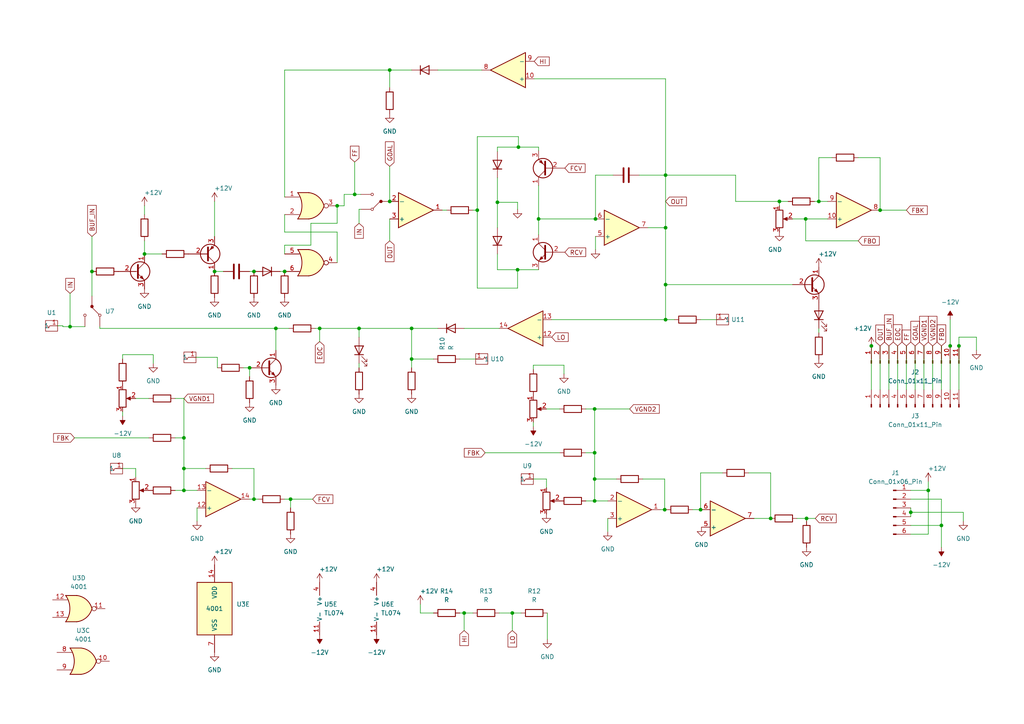
<source format=kicad_sch>
(kicad_sch (version 20231120) (generator "eeschema") (generator_version "8.0")
  (paper "A4")
  (lib_symbols
    (symbol "4xxx:4001" (pin_names (offset 1.016))
      (property "Reference" "U" (at 0 1.27 0))
      (property "Value" "4001" (at 0 -1.27 0))
      (symbol "4001_1_1"
        (pin input line (at -7.62 2.54 0) (length 4.318) (name "~") (number "1"))
        (pin input line (at -7.62 -2.54 0) (length 4.318) (name "~") (number "2"))
        (pin output inverted (at 7.62 0 180) (length 3.81) (name "~") (number "3"))
      )
      (symbol "4001_1_2"
        (pin input inverted (at -7.62 2.54 0) (length 3.81) (name "~") (number "1"))
        (pin input inverted (at -7.62 -2.54 0) (length 3.81) (name "~") (number "2"))
        (pin output line (at 7.62 0 180) (length 3.81) (name "~") (number "3"))
      )
      (symbol "4001_2_1"
        (pin output inverted (at 7.62 0 180) (length 3.81) (name "~") (number "4"))
        (pin input line (at -7.62 2.54 0) (length 4.318) (name "~") (number "5"))
        (pin input line (at -7.62 -2.54 0) (length 4.318) (name "~") (number "6"))
      )
      (symbol "4001_2_2"
        (pin output line (at 7.62 0 180) (length 3.81) (name "~") (number "4"))
        (pin input inverted (at -7.62 2.54 0) (length 3.81) (name "~") (number "5"))
        (pin input inverted (at -7.62 -2.54 0) (length 3.81) (name "~") (number "6"))
      )
      (symbol "4001_3_1"
        (pin output inverted (at 7.62 0 180) (length 3.81) (name "~") (number "10"))
        (pin input line (at -7.62 2.54 0) (length 4.318) (name "~") (number "8"))
        (pin input line (at -7.62 -2.54 0) (length 4.318) (name "~") (number "9"))
      )
      (symbol "4001_3_2"
        (pin output line (at 7.62 0 180) (length 3.81) (name "~") (number "10"))
        (pin input inverted (at -7.62 2.54 0) (length 3.81) (name "~") (number "8"))
        (pin input inverted (at -7.62 -2.54 0) (length 3.81) (name "~") (number "9"))
      )
      (symbol "4001_4_1"
        (pin output inverted (at 7.62 0 180) (length 3.81) (name "~") (number "11"))
        (pin input line (at -7.62 2.54 0) (length 4.318) (name "~") (number "12"))
        (pin input line (at -7.62 -2.54 0) (length 4.318) (name "~") (number "13"))
      )
      (symbol "4001_4_2"
        (pin output line (at 7.62 0 180) (length 3.81) (name "~") (number "11"))
        (pin input inverted (at -7.62 2.54 0) (length 3.81) (name "~") (number "12"))
        (pin input inverted (at -7.62 -2.54 0) (length 3.81) (name "~") (number "13"))
      )
      (symbol "4001_5_0"
        (pin power_in line (at 0 12.7 270) (length 5.08) (name "VDD") (number "14"))
        (pin power_in line (at 0 -12.7 90) (length 5.08) (name "VSS") (number "7"))
      )
    )
    (symbol "Amplifier_Operational:TL074" (pin_names (offset 0.127))
      (property "Reference" "U" (at 0 5.08 0))
      (property "Value" "TL074" (at 0 -5.08 0))
      (symbol "TL074_1_1"
        (pin output line (at 7.62 0 180) (length 2.54) (name "~") (number "1"))
        (pin input line (at -7.62 -2.54 0) (length 2.54) (name "-") (number "2"))
        (pin input line (at -7.62 2.54 0) (length 2.54) (name "+") (number "3"))
      )
      (symbol "TL074_2_1"
        (pin input line (at -7.62 2.54 0) (length 2.54) (name "+") (number "5"))
        (pin input line (at -7.62 -2.54 0) (length 2.54) (name "-") (number "6"))
        (pin output line (at 7.62 0 180) (length 2.54) (name "~") (number "7"))
      )
      (symbol "TL074_3_1"
        (pin input line (at -7.62 2.54 0) (length 2.54) (name "+") (number "10"))
        (pin output line (at 7.62 0 180) (length 2.54) (name "~") (number "8"))
        (pin input line (at -7.62 -2.54 0) (length 2.54) (name "-") (number "9"))
      )
      (symbol "TL074_4_1"
        (pin input line (at -7.62 2.54 0) (length 2.54) (name "+") (number "12"))
        (pin input line (at -7.62 -2.54 0) (length 2.54) (name "-") (number "13"))
        (pin output line (at 7.62 0 180) (length 2.54) (name "~") (number "14"))
      )
      (symbol "TL074_5_1"
        (pin power_in line (at -2.54 -7.62 90) (length 3.81) (name "V-") (number "11"))
        (pin power_in line (at -2.54 7.62 270) (length 3.81) (name "V+") (number "4"))
      )
    )
    (symbol "Connector:Conn_01x06_Pin" (pin_names (offset 1.016) hide)
      (property "Reference" "J" (at 0 7.62 0))
      (property "Value" "Conn_01x06_Pin" (at 0 -10.16 0))
      (symbol "Conn_01x06_Pin_1_1"
        (pin passive line (at 5.08 5.08 180) (length 3.81) (name "Pin_1") (number "1"))
        (pin passive line (at 5.08 2.54 180) (length 3.81) (name "Pin_2") (number "2"))
        (pin passive line (at 5.08 0 180) (length 3.81) (name "Pin_3") (number "3"))
        (pin passive line (at 5.08 -2.54 180) (length 3.81) (name "Pin_4") (number "4"))
        (pin passive line (at 5.08 -5.08 180) (length 3.81) (name "Pin_5") (number "5"))
        (pin passive line (at 5.08 -7.62 180) (length 3.81) (name "Pin_6") (number "6"))
      )
    )
    (symbol "Connector:Conn_01x11_Pin" (pin_names (offset 1.016) hide)
      (property "Reference" "J" (at 0 15.24 0))
      (property "Value" "Conn_01x11_Pin" (at 0 -15.24 0))
      (symbol "Conn_01x11_Pin_1_1"
        (pin passive line (at 5.08 12.7 180) (length 3.81) (name "Pin_1") (number "1"))
        (pin passive line (at 5.08 -10.16 180) (length 3.81) (name "Pin_10") (number "10"))
        (pin passive line (at 5.08 -12.7 180) (length 3.81) (name "Pin_11") (number "11"))
        (pin passive line (at 5.08 10.16 180) (length 3.81) (name "Pin_2") (number "2"))
        (pin passive line (at 5.08 7.62 180) (length 3.81) (name "Pin_3") (number "3"))
        (pin passive line (at 5.08 5.08 180) (length 3.81) (name "Pin_4") (number "4"))
        (pin passive line (at 5.08 2.54 180) (length 3.81) (name "Pin_5") (number "5"))
        (pin passive line (at 5.08 0 180) (length 3.81) (name "Pin_6") (number "6"))
        (pin passive line (at 5.08 -2.54 180) (length 3.81) (name "Pin_7") (number "7"))
        (pin passive line (at 5.08 -5.08 180) (length 3.81) (name "Pin_8") (number "8"))
        (pin passive line (at 5.08 -7.62 180) (length 3.81) (name "Pin_9") (number "9"))
      )
    )
    (symbol "Device:C" (pin_numbers hide) (pin_names (offset 0.254))
      (property "Reference" "C" (at 0.635 2.54 0))
      (property "Value" "C" (at 0.635 -2.54 0))
      (symbol "C_1_1"
        (pin passive line (at 0 3.81 270) (length 2.794) (name "~") (number "1"))
        (pin passive line (at 0 -3.81 90) (length 2.794) (name "~") (number "2"))
      )
    )
    (symbol "Device:D" (pin_numbers hide) (pin_names (offset 1.016) hide)
      (property "Reference" "D" (at 0 2.54 0))
      (property "Value" "D" (at 0 -2.54 0))
      (symbol "D_1_1"
        (pin passive line (at -3.81 0 0) (length 2.54) (name "K") (number "1"))
        (pin passive line (at 3.81 0 180) (length 2.54) (name "A") (number "2"))
      )
    )
    (symbol "Device:LED" (pin_numbers hide) (pin_names (offset 1.016) hide)
      (property "Reference" "D" (at 0 2.54 0))
      (property "Value" "LED" (at 0 -2.54 0))
      (symbol "LED_1_1"
        (pin passive line (at -3.81 0 0) (length 2.54) (name "K") (number "1"))
        (pin passive line (at 3.81 0 180) (length 2.54) (name "A") (number "2"))
      )
    )
    (symbol "Device:R" (pin_numbers hide) (pin_names (offset 0))
      (property "Reference" "R" (at 2.032 0 90))
      (property "Value" "R" (at 0 0 90))
      (symbol "R_1_1"
        (pin passive line (at 0 3.81 270) (length 1.27) (name "~") (number "1"))
        (pin passive line (at 0 -3.81 90) (length 1.27) (name "~") (number "2"))
      )
    )
    (symbol "Device:R_Potentiometer" (pin_names (offset 1.016) hide)
      (property "Reference" "RV" (at -4.445 0 90))
      (property "Value" "R_Potentiometer" (at -2.54 0 90))
      (symbol "R_Potentiometer_1_1"
        (pin passive line (at 0 3.81 270) (length 1.27) (name "1") (number "1"))
        (pin passive line (at 3.81 0 180) (length 1.27) (name "2") (number "2"))
        (pin passive line (at 0 -3.81 90) (length 1.27) (name "3") (number "3"))
      )
    )
    (symbol "HEJ:Aux_flush"
      (property "Reference" "U" (at -0.0508 5.3848 0))
      (symbol "Aux_flush_1_1"
        (pin bidirectional line (at 1.7272 0 180) (length 2) (name "1") (number "1"))
      )
    )
    (symbol "HEJ:Switch"
      (property "Reference" "U" (at 0 4.318 0))
      (property "Value" "Switch" (at 0 -6.096 0))
      (symbol "Switch_1_1"
        (pin input line (at 5.842 2.286 180) (length 2.54) hide (name "1") (number "1"))
        (pin input line (at -3.048 0 0) (length 2.54) hide (name "2") (number "2"))
        (pin input line (at 5.842 -2.032 180) (length 2.54) hide (name "3") (number "3"))
      )
    )
    (symbol "Transistor_BJT:BC547" (pin_names (offset 0) hide)
      (property "Reference" "Q" (at 5.08 1.905 0))
      (property "Value" "BC547" (at 5.08 0 0))
      (symbol "BC547_1_1"
        (pin passive line (at 2.54 5.08 270) (length 2.54) (name "C") (number "1"))
        (pin input line (at -5.08 0 0) (length 5.08) (name "B") (number "2"))
        (pin passive line (at 2.54 -5.08 90) (length 2.54) (name "E") (number "3"))
      )
    )
    (symbol "Transistor_BJT:BC557" (pin_names (offset 0) hide)
      (property "Reference" "Q" (at 5.08 1.905 0))
      (property "Value" "BC557" (at 5.08 0 0))
      (symbol "BC557_1_1"
        (pin passive line (at 2.54 5.08 270) (length 2.54) (name "C") (number "1"))
        (pin input line (at -5.08 0 0) (length 5.715) (name "B") (number "2"))
        (pin passive line (at 2.54 -5.08 90) (length 2.54) (name "E") (number "3"))
      )
    )
    (symbol "power:+12V" (power) (pin_names (offset 0))
      (property "Value" "+12V" (at 0 3.556 0))
      (symbol "+12V_1_1"
        (pin power_in line (at 0 0 90) (length 0) hide (name "+12V") (number "1"))
      )
    )
    (symbol "power:-12V" (power) (pin_names (offset 0))
      (property "Value" "-12V" (at 0 3.81 0))
      (symbol "-12V_0_0"
        (pin power_in line (at 0 0 90) (length 0) hide (name "-12V") (number "1"))
      )
    )
    (symbol "power:GND" (power) (pin_names (offset 0))
      (property "Value" "GND" (at 0 -3.81 0))
      (symbol "GND_1_1"
        (pin power_in line (at 0 0 270) (length 0) hide (name "GND") (number "1"))
      )
    )
  )
  (junction (at 193.04 92.71))
  (junction (at 237.49 58.42))
  (junction (at 193.04 66.04))
  (junction (at 273.05 152.4))
  (junction (at 148.59 177.8))
  (junction (at 269.24 142.24))
  (junction (at 172.466 118.618))
  (junction (at 26.67 78.74))
  (junction (at 62.23 78.74))
  (junction (at 73.66 144.78))
  (junction (at 119.38 95.25))
  (junction (at 134.62 177.8))
  (junction (at 144.272 58.674))
  (junction (at 84.2772 144.78))
  (junction (at 80.01 95.25))
  (junction (at 192.786 147.828))
  (junction (at 233.934 150.368))
  (junction (at 278.13 100.33))
  (junction (at 138.43 60.96))
  (junction (at 150.114 78.232))
  (junction (at 233.68 63.5))
  (junction (at 20.32 94.742))
  (junction (at 53.34 142.24))
  (junction (at 226.06 58.42))
  (junction (at 53.34 127))
  (junction (at 41.91 73.66))
  (junction (at 73.66 78.74))
  (junction (at 172.466 145.288))
  (junction (at 203.2 147.828))
  (junction (at 156.21 63.5))
  (junction (at 252.73 100.33))
  (junction (at 113.03 20.32))
  (junction (at 113.03 58.42))
  (junction (at 172.466 138.938))
  (junction (at 102.87 56.388))
  (junction (at 53.34 135.89))
  (junction (at 104.14 95.25))
  (junction (at 193.04 50.8))
  (junction (at 255.27 60.96))
  (junction (at 82.55 78.74))
  (junction (at 92.71 95.25))
  (junction (at 264.16 148.59))
  (junction (at 193.04 82.55))
  (junction (at 275.59 100.33))
  (junction (at 72.39 106.68))
  (junction (at 223.52 150.368))
  (junction (at 150.368 42.672))
  (junction (at 97.79 59.69))
  (junction (at 172.466 131.318))
  (junction (at 172.72 63.5))
  (junction (at 119.38 104.14))
  (wire (pts (xy 53.34 142.24) (xy 57.15 142.24)))
  (wire (pts (xy 80.01 95.25) (xy 80.01 101.6)))
  (wire (pts (xy 28.956 95.25) (xy 80.01 95.25)))
  (wire (pts (xy 265.43 100.33) (xy 265.43 113.03)))
  (wire (pts (xy 217.17 137.16) (xy 223.52 137.16)))
  (wire (pts (xy 92.71 99.06) (xy 92.71 95.25)))
  (wire (pts (xy 158.496 141.478) (xy 158.496 138.938)))
  (wire (pts (xy 102.87 56.388) (xy 104.648 56.388)))
  (wire (pts (xy 144.78 177.8) (xy 148.59 177.8)))
  (wire (pts (xy 269.24 142.24) (xy 269.24 154.94)))
  (wire (pts (xy 92.71 95.25) (xy 104.14 95.25)))
  (wire (pts (xy 18.2372 94.742) (xy 20.32 94.742)))
  (wire (pts (xy 35.56 102.87) (xy 35.56 104.14)))
  (wire (pts (xy 255.27 60.96) (xy 262.89 60.96)))
  (wire (pts (xy 148.59 177.8) (xy 151.13 177.8)))
  (wire (pts (xy 185.42 50.8) (xy 193.04 50.8)))
  (wire (pts (xy 144.272 58.674) (xy 144.272 51.562)))
  (wire (pts (xy 138.43 39.624) (xy 138.43 60.96)))
  (wire (pts (xy 264.16 148.59) (xy 264.16 149.86)))
  (wire (pts (xy 186.436 138.938) (xy 192.786 138.938)))
  (wire (pts (xy 192.786 138.938) (xy 192.786 147.828)))
  (wire (pts (xy 134.62 177.8) (xy 137.16 177.8)))
  (wire (pts (xy 44.45 102.87) (xy 35.56 102.87)))
  (wire (pts (xy 129.54 60.96) (xy 128.27 60.96)))
  (wire (pts (xy 72.39 144.78) (xy 73.66 144.78)))
  (wire (pts (xy 138.43 39.624) (xy 150.368 39.624)))
  (wire (pts (xy 57.15 151.13) (xy 57.15 147.32)))
  (wire (pts (xy 154.686 122.428) (xy 154.686 123.698)))
  (wire (pts (xy 169.926 131.318) (xy 172.466 131.318)))
  (wire (pts (xy 104.14 60.706) (xy 104.648 60.706)))
  (wire (pts (xy 156.21 53.848) (xy 156.21 63.5)))
  (wire (pts (xy 218.694 150.368) (xy 223.52 150.368)))
  (wire (pts (xy 150.114 78.232) (xy 156.21 78.232)))
  (wire (pts (xy 20.32 85.09) (xy 20.32 94.742)))
  (wire (pts (xy 283.21 101.6) (xy 283.21 97.79)))
  (wire (pts (xy 203.2 92.71) (xy 207.8228 92.71)))
  (wire (pts (xy 275.59 100.33) (xy 275.59 113.03)))
  (wire (pts (xy 82.55 20.32) (xy 82.55 57.15)))
  (wire (pts (xy 138.43 60.96) (xy 138.43 83.566)))
  (wire (pts (xy 113.03 20.32) (xy 113.03 25.4)))
  (wire (pts (xy 102.87 46.99) (xy 102.87 56.388)))
  (wire (pts (xy 84.2772 144.78) (xy 84.2772 147.32)))
  (wire (pts (xy 275.59 92.71) (xy 275.59 100.33)))
  (wire (pts (xy 140.716 131.318) (xy 162.306 131.318)))
  (wire (pts (xy 119.38 95.25) (xy 127 95.25)))
  (wire (pts (xy 172.466 131.318) (xy 172.466 138.938)))
  (wire (pts (xy 273.05 158.75) (xy 273.05 152.4)))
  (wire (pts (xy 172.72 63.5) (xy 172.72 50.8)))
  (wire (pts (xy 134.62 177.8) (xy 134.62 182.88)))
  (wire (pts (xy 172.466 118.618) (xy 169.926 118.618)))
  (wire (pts (xy 193.04 50.8) (xy 193.04 22.86)))
  (wire (pts (xy 163.576 105.918) (xy 154.686 105.918)))
  (wire (pts (xy 270.51 100.33) (xy 270.51 113.03)))
  (wire (pts (xy 264.16 148.59) (xy 279.4 148.59)))
  (wire (pts (xy 172.466 145.288) (xy 176.276 145.288)))
  (wire (pts (xy 39.37 135.89) (xy 35.56 135.89)))
  (wire (pts (xy 97.79 59.69) (xy 97.79 64.77)))
  (wire (pts (xy 104.14 105.41) (xy 104.14 106.68)))
  (wire (pts (xy 193.04 66.04) (xy 193.04 82.55)))
  (wire (pts (xy 81.28 78.74) (xy 82.55 78.74)))
  (wire (pts (xy 113.03 20.32) (xy 82.55 20.32)))
  (wire (pts (xy 113.03 63.5) (xy 113.03 69.85)))
  (wire (pts (xy 84.2772 144.78) (xy 90.678 144.78)))
  (wire (pts (xy 91.44 95.25) (xy 92.71 95.25)))
  (wire (pts (xy 113.538 58.42) (xy 113.03 58.42)))
  (wire (pts (xy 283.21 97.79) (xy 278.13 97.79)))
  (wire (pts (xy 237.49 58.42) (xy 237.49 45.72)))
  (wire (pts (xy 154.94 22.86) (xy 193.04 22.86)))
  (wire (pts (xy 158.75 177.8) (xy 158.75 185.42)))
  (wire (pts (xy 233.68 63.5) (xy 240.03 63.5)))
  (wire (pts (xy 154.686 105.918) (xy 154.686 107.188)))
  (wire (pts (xy 193.04 66.04) (xy 187.96 66.04)))
  (wire (pts (xy 73.66 135.89) (xy 73.66 144.78)))
  (wire (pts (xy 90.17 64.77) (xy 90.17 71.12)))
  (wire (pts (xy 150.114 58.674) (xy 144.272 58.674)))
  (wire (pts (xy 255.27 100.33) (xy 255.27 113.03)))
  (wire (pts (xy 236.474 150.368) (xy 233.934 150.368)))
  (wire (pts (xy 193.04 50.8) (xy 193.04 66.04)))
  (wire (pts (xy 104.14 95.25) (xy 119.38 95.25)))
  (wire (pts (xy 104.14 97.79) (xy 104.14 95.25)))
  (wire (pts (xy 50.8 142.24) (xy 53.34 142.24)))
  (wire (pts (xy 237.49 58.42) (xy 240.03 58.42)))
  (wire (pts (xy 260.35 100.33) (xy 260.35 113.03)))
  (wire (pts (xy 236.22 58.42) (xy 237.49 58.42)))
  (wire (pts (xy 269.24 154.94) (xy 264.16 154.94)))
  (wire (pts (xy 144.272 66.04) (xy 144.272 58.674)))
  (wire (pts (xy 39.37 138.43) (xy 39.37 135.89)))
  (wire (pts (xy 72.39 78.74) (xy 73.66 78.74)))
  (wire (pts (xy 233.934 150.368) (xy 231.14 150.368)))
  (wire (pts (xy 233.68 69.85) (xy 233.68 63.5)))
  (wire (pts (xy 113.03 48.26) (xy 113.03 58.42)))
  (wire (pts (xy 156.21 63.5) (xy 172.72 63.5)))
  (wire (pts (xy 156.21 63.5) (xy 156.21 68.072)))
  (wire (pts (xy 97.79 76.2) (xy 97.79 67.31)))
  (wire (pts (xy 193.294 147.828) (xy 192.786 147.828)))
  (wire (pts (xy 119.38 104.14) (xy 119.38 106.68)))
  (wire (pts (xy 26.67 68.58) (xy 26.67 78.74)))
  (wire (pts (xy 158.496 118.618) (xy 162.306 118.618)))
  (wire (pts (xy 53.34 115.57) (xy 50.8 115.57)))
  (wire (pts (xy 119.38 95.25) (xy 119.38 104.14)))
  (wire (pts (xy 97.79 59.69) (xy 99.822 59.69)))
  (wire (pts (xy 53.34 135.89) (xy 53.34 142.24)))
  (wire (pts (xy 99.822 56.388) (xy 102.87 56.388)))
  (wire (pts (xy 53.34 127) (xy 53.34 135.89)))
  (wire (pts (xy 226.06 58.42) (xy 226.06 59.69)))
  (wire (pts (xy 62.23 58.42) (xy 62.23 68.58)))
  (wire (pts (xy 138.43 83.566) (xy 150.114 83.566)))
  (wire (pts (xy 257.81 100.33) (xy 257.81 113.03)))
  (wire (pts (xy 150.114 83.566) (xy 150.114 78.232)))
  (wire (pts (xy 150.368 42.672) (xy 144.272 42.672)))
  (wire (pts (xy 264.16 144.78) (xy 273.05 144.78)))
  (wire (pts (xy 237.49 45.72) (xy 241.3 45.72)))
  (wire (pts (xy 176.276 154.178) (xy 176.276 150.368)))
  (wire (pts (xy 67.31 135.89) (xy 73.66 135.89)))
  (wire (pts (xy 125.73 104.14) (xy 119.38 104.14)))
  (wire (pts (xy 264.16 152.4) (xy 273.05 152.4)))
  (wire (pts (xy 278.13 100.33) (xy 278.13 113.03)))
  (wire (pts (xy 158.496 138.938) (xy 154.686 138.938)))
  (wire (pts (xy 191.516 147.828) (xy 192.786 147.828)))
  (wire (pts (xy 72.39 106.68) (xy 72.39 109.22)))
  (wire (pts (xy 273.05 100.33) (xy 273.05 113.03)))
  (wire (pts (xy 41.91 73.66) (xy 46.99 73.66)))
  (wire (pts (xy 20.32 94.742) (xy 24.638 94.742)))
  (wire (pts (xy 82.55 67.31) (xy 82.55 62.23)))
  (wire (pts (xy 28.956 95.25) (xy 28.956 94.742)))
  (wire (pts (xy 99.822 59.69) (xy 99.822 56.388)))
  (wire (pts (xy 233.934 151.13) (xy 233.934 150.368)))
  (wire (pts (xy 62.23 78.74) (xy 64.77 78.74)))
  (wire (pts (xy 70.6628 106.68) (xy 72.39 106.68)))
  (wire (pts (xy 255.27 45.72) (xy 248.92 45.72)))
  (wire (pts (xy 41.91 69.85) (xy 41.91 73.66)))
  (wire (pts (xy 97.79 67.31) (xy 82.55 67.31)))
  (wire (pts (xy 104.14 64.77) (xy 104.14 60.706)))
  (wire (pts (xy 16.7132 94.488) (xy 18.2372 94.488)))
  (wire (pts (xy 150.114 60.706) (xy 150.114 58.674)))
  (wire (pts (xy 169.926 145.288) (xy 172.466 145.288)))
  (wire (pts (xy 267.97 100.33) (xy 267.97 113.03)))
  (wire (pts (xy 264.16 142.24) (xy 269.24 142.24)))
  (wire (pts (xy 229.87 63.5) (xy 233.68 63.5)))
  (wire (pts (xy 279.4 148.59) (xy 279.4 151.13)))
  (wire (pts (xy 172.466 138.938) (xy 178.816 138.938)))
  (wire (pts (xy 252.73 100.33) (xy 252.73 113.03)))
  (wire (pts (xy 213.36 58.42) (xy 226.06 58.42)))
  (wire (pts (xy 56.8452 103.632) (xy 63.0428 103.632)))
  (wire (pts (xy 269.24 139.7) (xy 269.24 142.24)))
  (wire (pts (xy 193.04 82.55) (xy 229.87 82.55)))
  (wire (pts (xy 119.38 20.32) (xy 113.03 20.32)))
  (wire (pts (xy 156.21 42.672) (xy 150.368 42.672)))
  (wire (pts (xy 150.368 39.624) (xy 150.368 42.672)))
  (wire (pts (xy 144.78 95.25) (xy 134.62 95.25)))
  (wire (pts (xy 156.21 43.688) (xy 156.21 42.672)))
  (wire (pts (xy 195.58 92.71) (xy 193.04 92.71)))
  (wire (pts (xy 172.466 118.618) (xy 182.626 118.618)))
  (wire (pts (xy 90.17 71.12) (xy 82.55 71.12)))
  (wire (pts (xy 172.466 118.618) (xy 172.466 131.318)))
  (wire (pts (xy 163.576 108.458) (xy 163.576 105.918)))
  (wire (pts (xy 63.0428 106.68) (xy 63.0428 103.632)))
  (wire (pts (xy 160.02 92.71) (xy 193.04 92.71)))
  (wire (pts (xy 26.67 78.74) (xy 26.67 85.852)))
  (wire (pts (xy 144.272 78.232) (xy 144.272 73.66)))
  (wire (pts (xy 203.2 147.828) (xy 203.454 147.828)))
  (wire (pts (xy 228.6 58.42) (xy 226.06 58.42)))
  (wire (pts (xy 172.466 138.938) (xy 172.466 145.288)))
  (wire (pts (xy 127 20.32) (xy 139.7 20.32)))
  (wire (pts (xy 121.92 175.26) (xy 121.92 177.8)))
  (wire (pts (xy 35.56 119.38) (xy 35.56 120.65)))
  (wire (pts (xy 41.91 59.69) (xy 41.91 62.23)))
  (wire (pts (xy 44.45 105.41) (xy 44.45 102.87)))
  (wire (pts (xy 213.36 50.8) (xy 193.04 50.8)))
  (wire (pts (xy 80.01 95.25) (xy 83.82 95.25)))
  (wire (pts (xy 200.914 147.828) (xy 203.2 147.828)))
  (wire (pts (xy 73.66 144.78) (xy 74.93 144.78)))
  (wire (pts (xy 18.2372 94.488) (xy 18.2372 94.742)))
  (wire (pts (xy 223.52 137.16) (xy 223.52 150.368)))
  (wire (pts (xy 53.34 115.57) (xy 53.34 127)))
  (wire (pts (xy 273.05 144.78) (xy 273.05 152.4)))
  (wire (pts (xy 53.34 135.89) (xy 59.69 135.89)))
  (wire (pts (xy 262.89 100.33) (xy 262.89 113.03)))
  (wire (pts (xy 193.04 82.55) (xy 193.04 92.71)))
  (wire (pts (xy 237.49 95.25) (xy 237.49 96.52)))
  (wire (pts (xy 255.27 60.96) (xy 255.27 45.72)))
  (wire (pts (xy 133.35 177.8) (xy 134.62 177.8)))
  (wire (pts (xy 248.92 69.85) (xy 233.68 69.85)))
  (wire (pts (xy 121.92 177.8) (xy 125.73 177.8)))
  (wire (pts (xy 138.43 60.96) (xy 137.16 60.96)))
  (wire (pts (xy 82.55 144.78) (xy 84.2772 144.78)))
  (wire (pts (xy 203.2 137.16) (xy 209.55 137.16)))
  (wire (pts (xy 82.55 71.12) (xy 82.55 73.66)))
  (wire (pts (xy 144.272 42.672) (xy 144.272 43.942)))
  (wire (pts (xy 50.8 127) (xy 53.34 127)))
  (wire (pts (xy 213.36 58.42) (xy 213.36 50.8)))
  (wire (pts (xy 203.2 137.16) (xy 203.2 147.828)))
  (wire (pts (xy 150.114 78.232) (xy 144.272 78.232)))
  (wire (pts (xy 172.72 68.58) (xy 172.72 72.39)))
  (wire (pts (xy 148.59 177.8) (xy 148.59 182.88)))
  (wire (pts (xy 172.72 50.8) (xy 177.8 50.8)))
  (wire (pts (xy 97.79 64.77) (xy 90.17 64.77)))
  (wire (pts (xy 264.16 147.32) (xy 264.16 148.59)))
  (wire (pts (xy 278.13 97.79) (xy 278.13 100.33)))
  (wire (pts (xy 21.59 127) (xy 43.18 127)))
  (wire (pts (xy 39.37 115.57) (xy 43.18 115.57)))
  (wire (pts (xy 133.35 104.14) (xy 137.9728 104.14)))
  (global_label "GOAL" (shape input) (at 113.03 48.26 90) (property "Intersheetrefs" "${INTERSHEET_REFS}" (effects (hide yes))))
  (global_label "FBK" (shape input) (at 140.716 131.318 180) (property "Intersheetrefs" "${INTERSHEET_REFS}" (effects (hide yes))))
  (global_label "FBO" (shape input) (at 273.05 100.33 90) (property "Intersheetrefs" "${INTERSHEET_REFS}" (effects (hide yes))))
  (global_label "OUT" (shape input) (at 255.27 100.33 90) (property "Intersheetrefs" "${INTERSHEET_REFS}" (effects (hide yes))))
  (global_label "HI" (shape input) (at 154.94 17.78 0) (property "Intersheetrefs" "${INTERSHEET_REFS}" (effects (hide yes))))
  (global_label "LO" (shape input) (at 160.02 97.79 0) (property "Intersheetrefs" "${INTERSHEET_REFS}" (effects (hide yes))))
  (global_label "BUF_IN" (shape input) (at 26.67 68.58 90) (property "Intersheetrefs" "${INTERSHEET_REFS}" (effects (hide yes))))
  (global_label "FBK" (shape input) (at 262.89 60.96 0) (property "Intersheetrefs" "${INTERSHEET_REFS}" (effects (hide yes))))
  (global_label "GOAL" (shape input) (at 265.43 100.33 90) (property "Intersheetrefs" "${INTERSHEET_REFS}" (effects (hide yes))))
  (global_label "FCV" (shape input) (at 90.678 144.78 0) (property "Intersheetrefs" "${INTERSHEET_REFS}" (effects (hide yes))))
  (global_label "HI" (shape input) (at 134.62 182.88 270) (property "Intersheetrefs" "${INTERSHEET_REFS}" (effects (hide yes))))
  (global_label "FF" (shape input) (at 262.89 100.33 90) (property "Intersheetrefs" "${INTERSHEET_REFS}" (effects (hide yes))))
  (global_label "BUF_IN" (shape input) (at 257.81 100.33 90) (property "Intersheetrefs" "${INTERSHEET_REFS}" (effects (hide yes))))
  (global_label "VGND2" (shape input) (at 270.51 100.33 90) (property "Intersheetrefs" "${INTERSHEET_REFS}" (effects (hide yes))))
  (global_label "FBK" (shape input) (at 21.59 127 180) (property "Intersheetrefs" "${INTERSHEET_REFS}" (effects (hide yes))))
  (global_label "IN" (shape input) (at 104.14 64.77 270) (property "Intersheetrefs" "${INTERSHEET_REFS}" (effects (hide yes))))
  (global_label "RCV" (shape input) (at 163.83 73.152 0) (property "Intersheetrefs" "${INTERSHEET_REFS}" (effects (hide yes))))
  (global_label "OUT" (shape input) (at 113.03 69.85 270) (property "Intersheetrefs" "${INTERSHEET_REFS}" (effects (hide yes))))
  (global_label "OUT" (shape input) (at 193.04 58.42 0) (property "Intersheetrefs" "${INTERSHEET_REFS}" (effects (hide yes))))
  (global_label "EOC" (shape input) (at 260.35 100.33 90) (property "Intersheetrefs" "${INTERSHEET_REFS}" (effects (hide yes))))
  (global_label "FBO" (shape input) (at 248.92 69.85 0) (property "Intersheetrefs" "${INTERSHEET_REFS}" (effects (hide yes))))
  (global_label "IN" (shape input) (at 20.32 85.09 90) (property "Intersheetrefs" "${INTERSHEET_REFS}" (effects (hide yes))))
  (global_label "FCV" (shape input) (at 163.83 48.768 0) (property "Intersheetrefs" "${INTERSHEET_REFS}" (effects (hide yes))))
  (global_label "VGND2" (shape input) (at 182.626 118.618 0) (property "Intersheetrefs" "${INTERSHEET_REFS}" (effects (hide yes))))
  (global_label "VGND1" (shape input) (at 53.34 115.57 0) (property "Intersheetrefs" "${INTERSHEET_REFS}" (effects (hide yes))))
  (global_label "RCV" (shape input) (at 236.474 150.368 0) (property "Intersheetrefs" "${INTERSHEET_REFS}" (effects (hide yes))))
  (global_label "EOC" (shape input) (at 92.71 99.06 270) (property "Intersheetrefs" "${INTERSHEET_REFS}" (effects (hide yes))))
  (global_label "FF" (shape input) (at 102.87 46.99 90) (property "Intersheetrefs" "${INTERSHEET_REFS}" (effects (hide yes))))
  (global_label "VGND1" (shape input) (at 267.97 100.33 90) (property "Intersheetrefs" "${INTERSHEET_REFS}" (effects (hide yes))))
  (global_label "LO" (shape input) (at 148.59 182.88 270) (property "Intersheetrefs" "${INTERSHEET_REFS}" (effects (hide yes))))
  (symbol (lib_id "power:-12V") (at 109.22 184.15 180) (unit 1)
    (property "Reference" "#PWR039" (effects (hide yes)))
    (property "Value" "-12V" (at 109.22 189.23 0))
  )
  (symbol (lib_id "Device:R") (at 133.35 60.96 90) (unit 1)
    (property "Reference" "R8" (effects (hide yes)))
    (property "Value" "R" (effects (hide yes)))
    (property "Footprint" "Resistor_THT:R_Axial_DIN0204_L3.6mm_D1.6mm_P7.62mm_Horizontal" (effects (hide yes)))
  )
  (symbol (lib_id "HEJ:Aux_flush") (at 14.986 94.488 0) (unit 1)
    (property "Reference" "U1" (at 14.9606 90.678 0))
    (property "Value" "Aux_flush" (effects (hide yes)))
    (property "Footprint" "Library:3mm5 Mono Aux" (effects (hide yes)))
  )
  (symbol (lib_id "Amplifier_Operational:TL074") (at 64.77 144.78 0) (mirror x) (unit 4)
    (property "Reference" "U6" (effects (hide yes)))
    (property "Value" "TL074" (effects (hide yes)))
    (property "Footprint" "Package_DIP:DIP-14_W7.62mm_Socket" (effects (hide yes)))
    (property "Datasheet" "http://www.ti.com/lit/ds/symlink/tl071.pdf" (effects (hide yes)))
  )
  (symbol (lib_id "power:-12V") (at 273.05 158.75 180) (unit 1)
    (property "Reference" "#PWR030" (effects (hide yes)))
    (property "Value" "-12V" (at 273.05 163.83 0))
  )
  (symbol (lib_id "Device:R") (at 63.5 135.89 90) (unit 1)
    (property "Reference" "R17" (effects (hide yes)))
    (property "Value" "R" (effects (hide yes)))
    (property "Footprint" "Resistor_THT:R_Axial_DIN0204_L3.6mm_D1.6mm_P7.62mm_Horizontal" (effects (hide yes)))
  )
  (symbol (lib_id "Device:R") (at 30.48 78.74 270) (unit 1)
    (property "Reference" "R1" (effects (hide yes)))
    (property "Value" "R" (effects (hide yes)))
    (property "Footprint" "Resistor_THT:R_Axial_DIN0204_L3.6mm_D1.6mm_P7.62mm_Horizontal" (effects (hide yes)))
  )
  (symbol (lib_id "Device:R") (at 237.49 100.33 0) (unit 1)
    (property "Reference" "R31" (effects (hide yes)))
    (property "Value" "R" (effects (hide yes)))
    (property "Footprint" "Resistor_THT:R_Axial_DIN0204_L3.6mm_D1.6mm_P7.62mm_Horizontal" (effects (hide yes)))
  )
  (symbol (lib_id "Transistor_BJT:BC547") (at 39.37 78.74 0) (unit 1)
    (property "Reference" "Q1" (effects (hide yes)))
    (property "Value" "BC547" (effects (hide yes)))
    (property "Footprint" "Package_TO_SOT_THT:TO-92_Inline_Wide" (effects (hide yes)))
    (property "Datasheet" "https://www.onsemi.com/pub/Collateral/BC550-D.pdf" (effects (hide yes)))
  )
  (symbol (lib_id "Transistor_BJT:BC547") (at 77.47 106.68 0) (unit 1)
    (property "Reference" "Q6" (effects (hide yes)))
    (property "Value" "BC547" (effects (hide yes)))
    (property "Footprint" "Package_TO_SOT_THT:TO-92_Inline_Wide" (effects (hide yes)))
    (property "Datasheet" "https://www.onsemi.com/pub/Collateral/BC550-D.pdf" (effects (hide yes)))
  )
  (symbol (lib_id "Device:R") (at 50.8 73.66 90) (unit 1)
    (property "Reference" "R6" (effects (hide yes)))
    (property "Value" "R" (effects (hide yes)))
    (property "Footprint" "Resistor_THT:R_Axial_DIN0204_L3.6mm_D1.6mm_P7.62mm_Horizontal" (effects (hide yes)))
  )
  (symbol (lib_id "Device:R") (at 66.8528 106.68 270) (unit 1)
    (property "Reference" "R32" (effects (hide yes)))
    (property "Value" "R" (effects (hide yes)))
    (property "Footprint" "Resistor_THT:R_Axial_DIN0204_L3.6mm_D1.6mm_P7.62mm_Horizontal" (effects (hide yes)))
  )
  (symbol (lib_id "Device:R") (at 213.36 137.16 90) (unit 1)
    (property "Reference" "R7" (effects (hide yes)))
    (property "Value" "R" (effects (hide yes)))
    (property "Footprint" "Resistor_THT:R_Axial_DIN0204_L3.6mm_D1.6mm_P7.62mm_Horizontal" (effects (hide yes)))
  )
  (symbol (lib_id "Transistor_BJT:BC557") (at 59.69 73.66 0) (mirror x) (unit 1)
    (property "Reference" "Q2" (effects (hide yes)))
    (property "Value" "BC557" (effects (hide yes)))
    (property "Footprint" "Package_TO_SOT_THT:TO-92_Inline_Wide" (effects (hide yes)))
    (property "Datasheet" "https://www.onsemi.com/pub/Collateral/BC556BTA-D.pdf" (effects (hide yes)))
  )
  (symbol (lib_id "Device:R") (at 232.41 58.42 90) (unit 1)
    (property "Reference" "R27" (effects (hide yes)))
    (property "Value" "R" (effects (hide yes)))
    (property "Footprint" "Resistor_THT:R_Axial_DIN0204_L3.6mm_D1.6mm_P7.62mm_Horizontal" (effects (hide yes)))
  )
  (symbol (lib_id "power:GND") (at 163.576 108.458 0) (unit 1)
    (property "Reference" "#PWR022" (effects (hide yes)))
    (property "Value" "GND" (at 163.576 113.538 0))
  )
  (symbol (lib_id "Device:R") (at 46.99 115.57 90) (unit 1)
    (property "Reference" "R18" (effects (hide yes)))
    (property "Value" "R" (effects (hide yes)))
    (property "Footprint" "Resistor_THT:R_Axial_DIN0204_L3.6mm_D1.6mm_P7.62mm_Horizontal" (effects (hide yes)))
  )
  (symbol (lib_id "Device:R") (at 62.23 82.55 0) (unit 1)
    (property "Reference" "R3" (effects (hide yes)))
    (property "Value" "R" (effects (hide yes)))
    (property "Footprint" "Resistor_THT:R_Axial_DIN0204_L3.6mm_D1.6mm_P7.62mm_Horizontal" (effects (hide yes)))
  )
  (symbol (lib_id "power:+12V") (at 41.91 59.69 0) (unit 1)
    (property "Reference" "#PWR01" (effects (hide yes)))
    (property "Value" "+12V" (at 44.45 55.88 0))
  )
  (symbol (lib_id "Amplifier_Operational:TL074") (at 180.34 66.04 0) (mirror x) (unit 2)
    (property "Reference" "U5" (effects (hide yes)))
    (property "Value" "TL074" (effects (hide yes)))
    (property "Footprint" "Package_DIP:DIP-14_W7.62mm_Socket" (effects (hide yes)))
    (property "Datasheet" "http://www.ti.com/lit/ds/symlink/tl071.pdf" (effects (hide yes)))
  )
  (symbol (lib_id "Device:R") (at 87.63 95.25 270) (unit 1)
    (property "Reference" "R33" (effects (hide yes)))
    (property "Value" "R" (effects (hide yes)))
    (property "Footprint" "Resistor_THT:R_Axial_DIN0204_L3.6mm_D1.6mm_P7.62mm_Horizontal" (effects (hide yes)))
  )
  (symbol (lib_id "Device:C") (at 181.61 50.8 90) (unit 1)
    (property "Reference" "C2" (effects (hide yes)))
    (property "Value" "C" (effects (hide yes)))
    (property "Footprint" "Capacitor_THT:C_Axial_L5.1mm_D3.1mm_P12.50mm_Horizontal" (effects (hide yes)))
  )
  (symbol (lib_id "power:GND") (at 82.55 86.36 0) (unit 1)
    (property "Reference" "#PWR06" (effects (hide yes)))
    (property "Value" "GND" (at 82.55 91.44 0))
  )
  (symbol (lib_id "HEJ:Aux_flush") (at 55.118 103.632 0) (unit 1)
    (property "Reference" "U12" (effects (hide yes)))
    (property "Value" "Aux_flush" (effects (hide yes)))
    (property "Footprint" "Library:3mm5 Mono Aux" (effects (hide yes)))
  )
  (symbol (lib_id "power:GND") (at 158.75 185.42 0) (unit 1)
    (property "Reference" "#PWR013" (effects (hide yes)))
    (property "Value" "GND" (at 158.75 190.5 0))
  )
  (symbol (lib_id "HEJ:Aux_flush") (at 139.7 104.14 180) (unit 1)
    (property "Reference" "U10" (at 142.24 104.1146 0) (effects (justify right)))
    (property "Value" "Aux_flush" (effects (hide yes)))
    (property "Footprint" "Library:3mm5 Mono Aux" (effects (hide yes)))
  )
  (symbol (lib_id "Transistor_BJT:BC547") (at 158.75 73.152 0) (mirror y) (unit 1)
    (property "Reference" "Q8" (effects (hide yes)))
    (property "Value" "BC547" (effects (hide yes)))
    (property "Footprint" "Package_TO_SOT_THT:TO-92_Inline_Wide" (effects (hide yes)))
    (property "Datasheet" "https://www.onsemi.com/pub/Collateral/BC550-D.pdf" (effects (hide yes)))
  )
  (symbol (lib_id "4xxx:4001") (at 22.86 176.53 0) (unit 4)
    (property "Reference" "U3" (at 22.86 167.64 0))
    (property "Value" "4001" (at 22.86 170.18 0))
    (property "Footprint" "Package_DIP:DIP-14_W7.62mm_Socket" (effects (hide yes)))
    (property "Datasheet" "http://www.intersil.com/content/dam/Intersil/documents/cd40/cd4000bms-01bms-02bms-25bms.pdf" (effects (hide yes)))
  )
  (symbol (lib_id "power:GND") (at 80.01 111.76 0) (unit 1)
    (property "Reference" "#PWR035" (effects (hide yes)))
    (property "Value" "GND" (at 80.01 116.84 0))
  )
  (symbol (lib_id "power:GND") (at 172.72 72.39 0) (unit 1)
    (property "Reference" "#PWR010" (effects (hide yes)))
    (property "Value" "GND" (effects (hide yes)))
  )
  (symbol (lib_id "power:GND") (at 44.45 105.41 0) (unit 1)
    (property "Reference" "#PWR018" (effects (hide yes)))
    (property "Value" "GND" (at 44.45 110.49 0))
  )
  (symbol (lib_id "power:GND") (at 203.454 152.908 0) (unit 1)
    (property "Reference" "#PWR026" (effects (hide yes)))
    (property "Value" "GND" (at 203.454 157.988 0))
  )
  (symbol (lib_id "Device:LED") (at 104.14 101.6 90) (unit 1)
    (property "Reference" "D2" (effects (hide yes)))
    (property "Value" "LED" (effects (hide yes)))
    (property "Footprint" "LED_THT:LED_D3.0mm" (effects (hide yes)))
  )
  (symbol (lib_id "Device:R") (at 245.11 45.72 90) (unit 1)
    (property "Reference" "R28" (effects (hide yes)))
    (property "Value" "R" (effects (hide yes)))
    (property "Footprint" "Resistor_THT:R_Axial_DIN0204_L3.6mm_D1.6mm_P7.62mm_Horizontal" (effects (hide yes)))
  )
  (symbol (lib_id "Device:R") (at 104.14 110.49 0) (unit 1)
    (property "Reference" "R11" (effects (hide yes)))
    (property "Value" "R" (effects (hide yes)))
    (property "Footprint" "Resistor_THT:R_Axial_DIN0204_L3.6mm_D1.6mm_P7.62mm_Horizontal" (effects (hide yes)))
  )
  (symbol (lib_id "Device:R") (at 46.99 127 90) (unit 1)
    (property "Reference" "R30" (effects (hide yes)))
    (property "Value" "R" (effects (hide yes)))
    (property "Footprint" "Resistor_THT:R_Axial_DIN0204_L3.6mm_D1.6mm_P7.62mm_Horizontal" (effects (hide yes)))
  )
  (symbol (lib_id "Device:D") (at 77.47 78.74 180) (unit 1)
    (property "Reference" "D1" (effects (hide yes)))
    (property "Value" "D" (effects (hide yes)))
    (property "Footprint" "Diode_THT:D_A-405_P5.08mm_Vertical_AnodeUp" (effects (hide yes)))
  )
  (symbol (lib_id "power:GND") (at 237.49 104.14 0) (unit 1)
    (property "Reference" "#PWR028" (effects (hide yes)))
    (property "Value" "GND" (at 237.49 109.22 0))
  )
  (symbol (lib_id "Amplifier_Operational:TL074") (at 106.68 176.53 0) (mirror y) (unit 5)
    (property "Reference" "U6" (at 110.49 175.26 0) (effects (justify right)))
    (property "Value" "TL074" (at 110.49 177.8 0) (effects (justify right)))
    (property "Footprint" "Package_DIP:DIP-14_W7.62mm_Socket" (effects (hide yes)))
    (property "Datasheet" "http://www.ti.com/lit/ds/symlink/tl071.pdf" (effects (hide yes)))
  )
  (symbol (lib_id "Device:R") (at 82.55 82.55 0) (unit 1)
    (property "Reference" "R5" (effects (hide yes)))
    (property "Value" "R" (effects (hide yes)))
    (property "Footprint" "Resistor_THT:R_Axial_DIN0204_L3.6mm_D1.6mm_P7.62mm_Horizontal" (effects (hide yes)))
  )
  (symbol (lib_id "Device:R") (at 166.116 145.288 90) (unit 1)
    (property "Reference" "R23" (effects (hide yes)))
    (property "Value" "R" (effects (hide yes)))
    (property "Footprint" "Resistor_THT:R_Axial_DIN0204_L3.6mm_D1.6mm_P7.62mm_Horizontal" (effects (hide yes)))
  )
  (symbol (lib_id "power:+12V") (at 62.23 163.83 0) (unit 1)
    (property "Reference" "#PWR040" (effects (hide yes)))
    (property "Value" "+12V" (at 64.77 160.02 0))
  )
  (symbol (lib_id "power:GND") (at 150.114 60.706 0) (unit 1)
    (property "Reference" "#PWR07" (effects (hide yes)))
    (property "Value" "GND" (effects (hide yes)))
  )
  (symbol (lib_id "Device:R_Potentiometer") (at 35.56 115.57 0) (unit 1)
    (property "Reference" "RV2" (effects (hide yes)))
    (property "Value" "R_Potentiometer" (effects (hide yes)))
    (property "Footprint" "Library:AlpsPot" (effects (hide yes)))
  )
  (symbol (lib_id "Amplifier_Operational:TL074") (at 247.65 60.96 0) (mirror x) (unit 3)
    (property "Reference" "U6" (effects (hide yes)))
    (property "Value" "TL074" (effects (hide yes)))
    (property "Footprint" "Package_DIP:DIP-14_W7.62mm_Socket" (effects (hide yes)))
    (property "Datasheet" "http://www.ti.com/lit/ds/symlink/tl071.pdf" (effects (hide yes)))
  )
  (symbol (lib_id "Device:R") (at 35.56 107.95 180) (unit 1)
    (property "Reference" "R19" (effects (hide yes)))
    (property "Value" "R" (effects (hide yes)))
    (property "Footprint" "Resistor_THT:R_Axial_DIN0204_L3.6mm_D1.6mm_P7.62mm_Horizontal" (effects (hide yes)))
  )
  (symbol (lib_id "HEJ:Aux_flush") (at 33.8328 135.89 0) (unit 1)
    (property "Reference" "U8" (at 33.8074 132.08 0))
    (property "Value" "Aux_flush" (effects (hide yes)))
    (property "Footprint" "Library:3mm5 Mono Aux" (effects (hide yes)))
  )
  (symbol (lib_id "power:-12V") (at 275.59 92.71 0) (unit 1)
    (property "Reference" "#PWR034" (effects (hide yes)))
    (property "Value" "-12V" (at 275.59 87.63 0))
  )
  (symbol (lib_id "power:GND") (at 73.66 86.36 0) (unit 1)
    (property "Reference" "#PWR05" (effects (hide yes)))
    (property "Value" "GND" (at 73.66 91.44 0))
  )
  (symbol (lib_id "power:-12V") (at 92.71 184.15 180) (unit 1)
    (property "Reference" "#PWR038" (effects (hide yes)))
    (property "Value" "-12V" (at 92.71 189.23 0))
  )
  (symbol (lib_id "Device:R") (at 227.33 150.368 90) (unit 1)
    (property "Reference" "R25" (effects (hide yes)))
    (property "Value" "R" (effects (hide yes)))
    (property "Footprint" "Resistor_THT:R_Axial_DIN0204_L3.6mm_D1.6mm_P7.62mm_Horizontal" (effects (hide yes)))
  )
  (symbol (lib_id "power:+12V") (at 121.92 175.26 0) (unit 1)
    (property "Reference" "#PWR014" (effects (hide yes)))
    (property "Value" "+12V" (at 124.46 171.45 0))
  )
  (symbol (lib_id "power:GND") (at 226.06 67.31 0) (unit 1)
    (property "Reference" "#PWR027" (effects (hide yes)))
    (property "Value" "GND" (at 224.79 72.39 0))
  )
  (symbol (lib_id "power:GND") (at 84.2772 154.94 0) (unit 1)
    (property "Reference" "#PWR08" (effects (hide yes)))
    (property "Value" "GND" (at 84.2772 160.02 0))
  )
  (symbol (lib_id "Amplifier_Operational:TL074") (at 152.4 95.25 180) (unit 4)
    (property "Reference" "U5" (effects (hide yes)))
    (property "Value" "TL074" (effects (hide yes)))
    (property "Footprint" "Package_DIP:DIP-14_W7.62mm_Socket" (effects (hide yes)))
    (property "Datasheet" "http://www.ti.com/lit/ds/symlink/tl071.pdf" (effects (hide yes)))
  )
  (symbol (lib_id "Device:R") (at 154.686 110.998 180) (unit 1)
    (property "Reference" "R21" (effects (hide yes)))
    (property "Value" "R" (effects (hide yes)))
    (property "Footprint" "Resistor_THT:R_Axial_DIN0204_L3.6mm_D1.6mm_P7.62mm_Horizontal" (effects (hide yes)))
  )
  (symbol (lib_id "power:GND") (at 279.4 151.13 0) (unit 1)
    (property "Reference" "#PWR031" (effects (hide yes)))
    (property "Value" "GND" (at 279.4 156.21 0))
  )
  (symbol (lib_id "Device:D") (at 123.19 20.32 0) (unit 1)
    (property "Reference" "D6" (effects (hide yes)))
    (property "Value" "D" (effects (hide yes)))
    (property "Footprint" "Diode_THT:D_A-405_P5.08mm_Vertical_AnodeUp" (effects (hide yes)))
  )
  (symbol (lib_id "4xxx:4001") (at 90.17 76.2 0) (unit 2)
    (property "Reference" "U3" (effects (hide yes)))
    (property "Value" "4001" (effects (hide yes)))
    (property "Footprint" "Package_DIP:DIP-14_W7.62mm_Socket" (effects (hide yes)))
    (property "Datasheet" "http://www.intersil.com/content/dam/Intersil/documents/cd40/cd4000bms-01bms-02bms-25bms.pdf" (effects (hide yes)))
  )
  (symbol (lib_id "4xxx:4001") (at 90.17 59.69 0) (unit 1)
    (property "Reference" "U3" (effects (hide yes)))
    (property "Value" "4001" (effects (hide yes)))
    (property "Footprint" "Package_DIP:DIP-14_W7.62mm_Socket" (effects (hide yes)))
    (property "Datasheet" "http://www.intersil.com/content/dam/Intersil/documents/cd40/cd4000bms-01bms-02bms-25bms.pdf" (effects (hide yes)))
  )
  (symbol (lib_id "power:GND") (at 283.21 101.6 0) (unit 1)
    (property "Reference" "#PWR033" (effects (hide yes)))
    (property "Value" "GND" (at 283.21 106.68 0))
  )
  (symbol (lib_id "Device:R") (at 199.39 92.71 90) (unit 1)
    (property "Reference" "R20" (effects (hide yes)))
    (property "Value" "R" (effects (hide yes)))
    (property "Footprint" "Resistor_THT:R_Axial_DIN0204_L3.6mm_D1.6mm_P7.62mm_Horizontal" (effects (hide yes)))
  )
  (symbol (lib_id "Device:D") (at 144.272 69.85 90) (unit 1)
    (property "Reference" "D4" (effects (hide yes)))
    (property "Value" "D" (effects (hide yes)))
    (property "Footprint" "Diode_THT:D_A-405_P5.08mm_Vertical_AnodeUp" (effects (hide yes)))
  )
  (symbol (lib_id "Device:D") (at 144.272 47.752 90) (unit 1)
    (property "Reference" "D3" (effects (hide yes)))
    (property "Value" "D" (effects (hide yes)))
    (property "Footprint" "Diode_THT:D_A-405_P5.08mm_Vertical_AnodeUp" (effects (hide yes)))
  )
  (symbol (lib_id "Device:D") (at 130.81 95.25 0) (unit 1)
    (property "Reference" "D5" (effects (hide yes)))
    (property "Value" "D" (effects (hide yes)))
    (property "Footprint" "Diode_THT:D_A-405_P5.08mm_Vertical_AnodeUp" (effects (hide yes)))
  )
  (symbol (lib_id "power:+12V") (at 237.49 77.47 0) (unit 1)
    (property "Reference" "#PWR029" (effects (hide yes)))
    (property "Value" "+12V" (at 240.03 73.66 0))
  )
  (symbol (lib_id "power:+12V") (at 269.24 139.7 0) (unit 1)
    (property "Reference" "#PWR032" (effects (hide yes)))
    (property "Value" "+12V" (at 271.78 135.89 0))
  )
  (symbol (lib_id "Device:R") (at 78.74 144.78 270) (unit 1)
    (property "Reference" "R35" (effects (hide yes)))
    (property "Value" "R" (effects (hide yes)))
    (property "Footprint" "Resistor_THT:R_Axial_DIN0204_L3.6mm_D1.6mm_P7.62mm_Horizontal" (effects (hide yes)))
  )
  (symbol (lib_id "Device:R") (at 72.39 113.03 0) (unit 1)
    (property "Reference" "R34" (effects (hide yes)))
    (property "Value" "R" (effects (hide yes)))
    (property "Footprint" "Resistor_THT:R_Axial_DIN0204_L3.6mm_D1.6mm_P7.62mm_Horizontal" (effects (hide yes)))
  )
  (symbol (lib_id "Amplifier_Operational:TL074") (at 183.896 147.828 0) (mirror x) (unit 1)
    (property "Reference" "U6" (effects (hide yes)))
    (property "Value" "TL074" (effects (hide yes)))
    (property "Footprint" "Package_DIP:DIP-14_W7.62mm_Socket" (effects (hide yes)))
    (property "Datasheet" "http://www.ti.com/lit/ds/symlink/tl071.pdf" (effects (hide yes)))
  )
  (symbol (lib_id "Amplifier_Operational:TL074") (at 147.32 20.32 180) (unit 3)
    (property "Reference" "U5" (effects (hide yes)))
    (property "Value" "TL074" (effects (hide yes)))
    (property "Footprint" "Package_DIP:DIP-14_W7.62mm_Socket" (effects (hide yes)))
    (property "Datasheet" "http://www.ti.com/lit/ds/symlink/tl071.pdf" (effects (hide yes)))
  )
  (symbol (lib_id "power:GND") (at 233.934 158.75 0) (unit 1)
    (property "Reference" "#PWR09" (effects (hide yes)))
    (property "Value" "GND" (at 233.934 163.83 0))
  )
  (symbol (lib_id "Transistor_BJT:BC557") (at 158.75 48.768 180) (unit 1)
    (property "Reference" "Q7" (effects (hide yes)))
    (property "Value" "BC557" (effects (hide yes)))
    (property "Footprint" "Package_TO_SOT_THT:TO-92_Inline_Wide" (effects (hide yes)))
    (property "Datasheet" "https://www.onsemi.com/pub/Collateral/BC556BTA-D.pdf" (effects (hide yes)))
  )
  (symbol (lib_id "Device:R_Potentiometer") (at 154.686 118.618 0) (unit 1)
    (property "Reference" "RV3" (effects (hide yes)))
    (property "Value" "R_Potentiometer" (effects (hide yes)))
    (property "Footprint" "Library:AlpsPot" (effects (hide yes)))
  )
  (symbol (lib_id "Amplifier_Operational:TL074") (at 95.25 176.53 0) (unit 5)
    (property "Reference" "U5" (at 93.98 175.26 0) (effects (justify left)))
    (property "Value" "TL074" (at 93.98 177.8 0) (effects (justify left)))
    (property "Footprint" "Package_DIP:DIP-14_W7.62mm_Socket" (effects (hide yes)))
    (property "Datasheet" "http://www.ti.com/lit/ds/symlink/tl071.pdf" (effects (hide yes)))
  )
  (symbol (lib_id "power:GND") (at 119.38 114.3 0) (unit 1)
    (property "Reference" "#PWR011" (effects (hide yes)))
    (property "Value" "GND" (at 119.38 119.38 0))
  )
  (symbol (lib_id "Device:R") (at 46.99 142.24 90) (unit 1)
    (property "Reference" "R16" (effects (hide yes)))
    (property "Value" "R" (effects (hide yes)))
    (property "Footprint" "Resistor_THT:R_Axial_DIN0204_L3.6mm_D1.6mm_P7.62mm_Horizontal" (effects (hide yes)))
  )
  (symbol (lib_id "power:+12V") (at 92.71 168.91 0) (unit 1)
    (property "Reference" "#PWR042" (effects (hide yes)))
    (property "Value" "+12V" (at 95.25 165.1 0))
  )
  (symbol (lib_id "Connector:Conn_01x11_Pin") (at 265.43 105.41 90) (unit 1)
    (property "Reference" "J2" (at 265.43 107.95 90))
    (property "Value" "Conn_01x11_Pin" (at 265.43 110.49 90))
    (property "Footprint" "Connector_PinSocket_2.54mm:PinSocket_1x11_P2.54mm_Vertical" (effects (hide yes)))
  )
  (symbol (lib_id "4xxx:4001") (at 24.13 191.77 0) (unit 3)
    (property "Reference" "U3" (at 24.13 182.88 0))
    (property "Value" "4001" (at 24.13 185.42 0))
    (property "Footprint" "Package_DIP:DIP-14_W7.62mm_Socket" (effects (hide yes)))
    (property "Datasheet" "http://www.intersil.com/content/dam/Intersil/documents/cd40/cd4000bms-01bms-02bms-25bms.pdf" (effects (hide yes)))
  )
  (symbol (lib_id "Device:LED") (at 237.49 91.44 90) (unit 1)
    (property "Reference" "D7" (effects (hide yes)))
    (property "Value" "LED" (effects (hide yes)))
    (property "Footprint" "LED_THT:LED_D3.0mm" (effects (hide yes)))
  )
  (symbol (lib_id "power:-12V") (at 154.686 123.698 180) (unit 1)
    (property "Reference" "#PWR020" (effects (hide yes)))
    (property "Value" "-12V" (at 154.686 128.778 0))
  )
  (symbol (lib_id "power:GND") (at 62.23 189.23 0) (unit 1)
    (property "Reference" "#PWR044" (effects (hide yes)))
    (property "Value" "GND" (at 62.23 194.31 0))
  )
  (symbol (lib_id "Device:R") (at 197.104 147.828 90) (unit 1)
    (property "Reference" "R15" (effects (hide yes)))
    (property "Value" "R" (effects (hide yes)))
    (property "Footprint" "Resistor_THT:R_Axial_DIN0204_L3.6mm_D1.6mm_P7.62mm_Horizontal" (effects (hide yes)))
  )
  (symbol (lib_id "Device:R") (at 154.94 177.8 90) (unit 1)
    (property "Reference" "R12" (at 154.94 171.45 90))
    (property "Value" "R" (at 154.94 173.99 90))
    (property "Footprint" "Resistor_THT:R_Axial_DIN0204_L3.6mm_D1.6mm_P7.62mm_Horizontal" (effects (hide yes)))
  )
  (symbol (lib_id "Connector:Conn_01x11_Pin") (at 265.43 118.11 90) (unit 1)
    (property "Reference" "J3" (at 265.43 120.65 90))
    (property "Value" "Conn_01x11_Pin" (at 265.43 123.19 90))
    (property "Footprint" "Connector_PinSocket_2.54mm:PinSocket_1x11_P2.54mm_Vertical" (effects (hide yes)))
  )
  (symbol (lib_id "power:GND") (at 62.23 86.36 0) (unit 1)
    (property "Reference" "#PWR04" (effects (hide yes)))
    (property "Value" "GND" (at 62.23 91.44 0))
  )
  (symbol (lib_id "Device:R_Potentiometer") (at 226.06 63.5 0) (unit 1)
    (property "Reference" "RV5" (effects (hide yes)))
    (property "Value" "R_Potentiometer" (effects (hide yes)))
    (property "Footprint" "Library:AlpsPot" (effects (hide yes)))
  )
  (symbol (lib_id "power:GND") (at 72.39 116.84 0) (unit 1)
    (property "Reference" "#PWR036" (effects (hide yes)))
    (property "Value" "GND" (at 72.39 121.92 0))
  )
  (symbol (lib_id "Device:R") (at 140.97 177.8 90) (unit 1)
    (property "Reference" "R13" (at 140.97 171.45 90))
    (property "Value" "R" (at 140.97 173.99 90))
    (property "Footprint" "Resistor_THT:R_Axial_DIN0204_L3.6mm_D1.6mm_P7.62mm_Horizontal" (effects (hide yes)))
  )
  (symbol (lib_id "Device:R") (at 233.934 154.94 0) (unit 1)
    (property "Reference" "R37" (effects (hide yes)))
    (property "Value" "R" (effects (hide yes)))
    (property "Footprint" "Resistor_THT:R_Axial_DIN0204_L3.6mm_D1.6mm_P7.62mm_Horizontal" (effects (hide yes)))
  )
  (symbol (lib_id "Device:R") (at 119.38 110.49 0) (unit 1)
    (property "Reference" "R9" (effects (hide yes)))
    (property "Value" "R" (effects (hide yes)))
    (property "Footprint" "Resistor_THT:R_Axial_DIN0204_L3.6mm_D1.6mm_P7.62mm_Horizontal" (effects (hide yes)))
  )
  (symbol (lib_id "Device:R") (at 73.66 82.55 0) (unit 1)
    (property "Reference" "R4" (effects (hide yes)))
    (property "Value" "R" (effects (hide yes)))
    (property "Footprint" "Resistor_THT:R_Axial_DIN0204_L3.6mm_D1.6mm_P7.62mm_Horizontal" (effects (hide yes)))
  )
  (symbol (lib_id "Device:R") (at 113.03 29.21 0) (unit 1)
    (property "Reference" "R26" (effects (hide yes)))
    (property "Value" "R" (effects (hide yes)))
    (property "Footprint" "Resistor_THT:R_Axial_DIN0204_L3.6mm_D1.6mm_P7.62mm_Horizontal" (effects (hide yes)))
  )
  (symbol (lib_id "power:GND") (at 158.496 149.098 0) (unit 1)
    (property "Reference" "#PWR021" (effects (hide yes)))
    (property "Value" "GND" (at 158.496 154.178 0))
  )
  (symbol (lib_id "power:+12V") (at 252.73 100.33 0) (unit 1)
    (property "Reference" "#PWR045" (effects (hide yes)))
    (property "Value" "+12V" (at 250.19 95.25 0))
  )
  (symbol (lib_id "Device:C") (at 68.58 78.74 90) (unit 1)
    (property "Reference" "C1" (effects (hide yes)))
    (property "Value" "C" (effects (hide yes)))
    (property "Footprint" "Capacitor_THT:C_Axial_L3.8mm_D2.6mm_P7.50mm_Horizontal" (effects (hide yes)))
  )
  (symbol (lib_id "power:GND") (at 104.14 114.3 0) (unit 1)
    (property "Reference" "#PWR012" (effects (hide yes)))
    (property "Value" "GND" (at 104.14 119.38 0))
  )
  (symbol (lib_id "HEJ:Switch") (at 26.67 88.9 270) (unit 1)
    (property "Reference" "U7" (at 30.48 90.297 90) (effects (justify left)))
    (property "Value" "Switch" (effects (hide yes)))
    (property "Footprint" "Library:Switch" (effects (hide yes)))
  )
  (symbol (lib_id "Amplifier_Operational:TL074") (at 120.65 60.96 0) (mirror x) (unit 1)
    (property "Reference" "U5" (effects (hide yes)))
    (property "Value" "TL074" (effects (hide yes)))
    (property "Footprint" "Package_DIP:DIP-14_W7.62mm_Socket" (effects (hide yes)))
    (property "Datasheet" "http://www.ti.com/lit/ds/symlink/tl071.pdf" (effects (hide yes)))
  )
  (symbol (lib_id "power:GND") (at 39.37 146.05 0) (unit 1)
    (property "Reference" "#PWR017" (effects (hide yes)))
    (property "Value" "GND" (at 39.37 151.13 0))
  )
  (symbol (lib_id "HEJ:Aux_flush") (at 209.55 92.71 180) (unit 1)
    (property "Reference" "U11" (at 212.09 92.6846 0) (effects (justify right)))
    (property "Value" "Aux_flush" (effects (hide yes)))
    (property "Footprint" "Library:3mm5 Mono Aux" (effects (hide yes)))
  )
  (symbol (lib_id "HEJ:Aux_flush") (at 152.9588 138.938 0) (unit 1)
    (property "Reference" "U9" (at 152.9334 135.128 0))
    (property "Value" "Aux_flush" (effects (hide yes)))
    (property "Footprint" "Library:3mm5 Mono Aux" (effects (hide yes)))
  )
  (symbol (lib_id "Device:R") (at 182.626 138.938 90) (unit 1)
    (property "Reference" "R24" (effects (hide yes)))
    (property "Value" "R" (effects (hide yes)))
    (property "Footprint" "Resistor_THT:R_Axial_DIN0204_L3.6mm_D1.6mm_P7.62mm_Horizontal" (effects (hide yes)))
  )
  (symbol (lib_id "Device:R") (at 41.91 66.04 0) (unit 1)
    (property "Reference" "R2" (effects (hide yes)))
    (property "Value" "R" (effects (hide yes)))
    (property "Footprint" "Resistor_THT:R_Axial_DIN0204_L3.6mm_D1.6mm_P7.62mm_Horizontal" (effects (hide yes)))
  )
  (symbol (lib_id "Device:R_Potentiometer") (at 158.496 145.288 0) (unit 1)
    (property "Reference" "RV4" (effects (hide yes)))
    (property "Value" "R_Potentiometer" (effects (hide yes)))
    (property "Footprint" "Library:AlpsPot" (effects (hide yes)))
  )
  (symbol (lib_id "power:GND") (at 57.15 151.13 0) (unit 1)
    (property "Reference" "#PWR016" (effects (hide yes)))
    (property "Value" "GND" (at 57.15 156.21 0))
  )
  (symbol (lib_id "Device:R_Potentiometer") (at 39.37 142.24 0) (unit 1)
    (property "Reference" "RV1" (effects (hide yes)))
    (property "Value" "R_Potentiometer" (effects (hide yes)))
    (property "Footprint" "Library:AlpsPot" (effects (hide yes)))
  )
  (symbol (lib_id "Device:R") (at 129.54 104.14 90) (unit 1)
    (property "Reference" "R10" (at 128.2699 101.6 0) (effects (justify left)))
    (property "Value" "R" (at 130.8099 101.6 0) (effects (justify left)))
    (property "Footprint" "Resistor_THT:R_Axial_DIN0204_L3.6mm_D1.6mm_P7.62mm_Horizontal" (effects (hide yes)))
  )
  (symbol (lib_id "power:GND") (at 176.276 154.178 0) (unit 1)
    (property "Reference" "#PWR023" (effects (hide yes)))
    (property "Value" "GND" (at 176.276 159.258 0))
  )
  (symbol (lib_id "Device:R") (at 166.116 131.318 90) (unit 1)
    (property "Reference" "R29" (effects (hide yes)))
    (property "Value" "R" (effects (hide yes)))
    (property "Footprint" "Resistor_THT:R_Axial_DIN0204_L3.6mm_D1.6mm_P7.62mm_Horizontal" (effects (hide yes)))
  )
  (symbol (lib_id "power:GND") (at 113.03 33.02 0) (unit 1)
    (property "Reference" "#PWR025" (effects (hide yes)))
    (property "Value" "GND" (at 113.03 38.1 0))
  )
  (symbol (lib_id "HEJ:Switch") (at 110.49 58.42 180) (unit 1)
    (property "Reference" "U2" (effects (hide yes)))
    (property "Value" "Switch" (effects (hide yes)))
    (property "Footprint" "Library:Switch" (effects (hide yes)))
  )
  (symbol (lib_id "Connector:Conn_01x06_Pin") (at 259.08 147.32 0) (unit 1)
    (property "Reference" "J1" (at 259.715 137.16 0))
    (property "Value" "Conn_01x06_Pin" (at 259.715 139.7 0))
    (property "Footprint" "Connector_PinHeader_2.54mm:PinHeader_1x06_P2.54mm_Vertical" (effects (hide yes)))
  )
  (symbol (lib_id "power:-12V") (at 35.56 120.65 180) (unit 1)
    (property "Reference" "#PWR019" (effects (hide yes)))
    (property "Value" "-12V" (at 35.56 125.73 0))
  )
  (symbol (lib_id "Transistor_BJT:BC547") (at 234.95 82.55 0) (unit 1)
    (property "Reference" "Q5" (effects (hide yes)))
    (property "Value" "BC547" (effects (hide yes)))
    (property "Footprint" "Package_TO_SOT_THT:TO-92_Inline_Wide" (effects (hide yes)))
    (property "Datasheet" "https://www.onsemi.com/pub/Collateral/BC550-D.pdf" (effects (hide yes)))
  )
  (symbol (lib_id "4xxx:4001") (at 62.23 176.53 0) (unit 5)
    (property "Reference" "U3" (at 68.58 175.26 0) (effects (justify left)))
    (property "Value" "4001" (at 59.69 176.53 0) (effects (justify left)))
    (property "Footprint" "Package_DIP:DIP-14_W7.62mm_Socket" (effects (hide yes)))
    (property "Datasheet" "http://www.intersil.com/content/dam/Intersil/documents/cd40/cd4000bms-01bms-02bms-25bms.pdf" (effects (hide yes)))
  )
  (symbol (lib_id "power:GND") (at 41.91 83.82 0) (unit 1)
    (property "Reference" "#PWR02" (effects (hide yes)))
    (property "Value" "GND" (at 41.91 88.9 0))
  )
  (symbol (lib_id "Device:R") (at 166.116 118.618 90) (unit 1)
    (property "Reference" "R22" (effects (hide yes)))
    (property "Value" "R" (effects (hide yes)))
    (property "Footprint" "Resistor_THT:R_Axial_DIN0204_L3.6mm_D1.6mm_P7.62mm_Horizontal" (effects (hide yes)))
  )
  (symbol (lib_id "Amplifier_Operational:TL074") (at 211.074 150.368 0) (mirror x) (unit 2)
    (property "Reference" "U6" (effects (hide yes)))
    (property "Value" "TL074" (effects (hide yes)))
    (property "Footprint" "Package_DIP:DIP-14_W7.62mm_Socket" (effects (hide yes)))
    (property "Datasheet" "http://www.ti.com/lit/ds/symlink/tl071.pdf" (effects (hide yes)))
  )
  (symbol (lib_id "power:+12V") (at 62.23 58.42 0) (unit 1)
    (property "Reference" "#PWR03" (effects (hide yes)))
    (property "Value" "+12V" (at 64.77 54.61 0))
  )
  (symbol (lib_id "Device:R") (at 129.54 177.8 90) (unit 1)
    (property "Reference" "R14" (at 129.54 171.45 90))
    (property "Value" "R" (at 129.54 173.99 90))
    (property "Footprint" "Resistor_THT:R_Axial_DIN0204_L3.6mm_D1.6mm_P7.62mm_Horizontal" (effects (hide yes)))
  )
  (symbol (lib_id "Device:R") (at 84.2772 151.13 0) (unit 1)
    (property "Reference" "R36" (effects (hide yes)))
    (property "Value" "R" (effects (hide yes)))
    (property "Footprint" "Resistor_THT:R_Axial_DIN0204_L3.6mm_D1.6mm_P7.62mm_Horizontal" (effects (hide yes)))
  )
  (symbol (lib_id "power:+12V") (at 109.22 168.91 0) (unit 1)
    (property "Reference" "#PWR043" (effects (hide yes)))
    (property "Value" "+12V" (at 111.76 165.1 0))
  )
)
</source>
